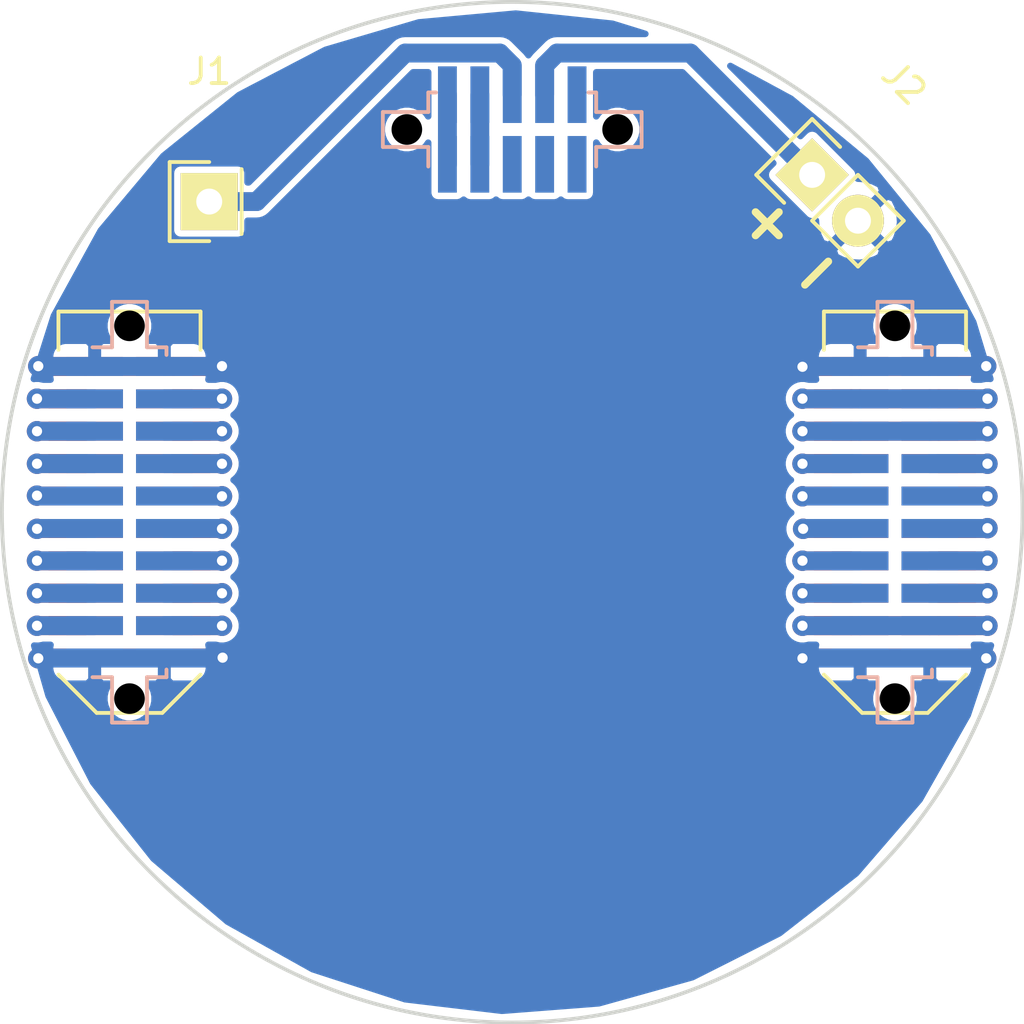
<source format=kicad_pcb>
(kicad_pcb (version 4) (host pcbnew 4.0.0-rc2-stable)

  (general
    (links 55)
    (no_connects 0)
    (area 79.924999 79.924999 120.075001 120.075001)
    (thickness 1.6)
    (drawings 4)
    (tracks 210)
    (zones 0)
    (modules 7)
    (nets 39)
  )

  (page A4)
  (layers
    (0 F.Cu signal)
    (31 B.Cu signal)
    (32 B.Adhes user)
    (33 F.Adhes user)
    (34 B.Paste user hide)
    (35 F.Paste user hide)
    (36 B.SilkS user)
    (37 F.SilkS user)
    (38 B.Mask user hide)
    (39 F.Mask user hide)
    (40 Dwgs.User user)
    (41 Cmts.User user)
    (42 Eco1.User user)
    (43 Eco2.User user)
    (44 Edge.Cuts user)
    (45 Margin user)
    (46 B.CrtYd user)
    (47 F.CrtYd user)
    (48 B.Fab user)
    (49 F.Fab user)
  )

  (setup
    (last_trace_width 0.74)
    (user_trace_width 0.15)
    (user_trace_width 0.2)
    (user_trace_width 0.25)
    (user_trace_width 0.5)
    (user_trace_width 0.74)
    (user_trace_width 0.8)
    (trace_clearance 0.15)
    (zone_clearance 0.254)
    (zone_45_only no)
    (trace_min 0.15)
    (segment_width 0.2)
    (edge_width 0.15)
    (via_size 0.6)
    (via_drill 0.4)
    (via_min_size 0.4)
    (via_min_drill 0.3)
    (user_via 0.6 0.4)
    (user_via 0.8 0.4)
    (uvia_size 0.3)
    (uvia_drill 0.1)
    (uvias_allowed no)
    (uvia_min_size 0.2)
    (uvia_min_drill 0.1)
    (pcb_text_width 0.3)
    (pcb_text_size 1.5 1.5)
    (mod_edge_width 0.15)
    (mod_text_size 1 1)
    (mod_text_width 0.15)
    (pad_size 2.032 2.032)
    (pad_drill 1.016)
    (pad_to_mask_clearance 0)
    (aux_axis_origin 0 0)
    (visible_elements 7FFCFFFF)
    (pcbplotparams
      (layerselection 0x00030_80000001)
      (usegerberextensions false)
      (excludeedgelayer true)
      (linewidth 0.100000)
      (plotframeref false)
      (viasonmask false)
      (mode 1)
      (useauxorigin false)
      (hpglpennumber 1)
      (hpglpenspeed 20)
      (hpglpendiameter 15)
      (hpglpenoverlay 2)
      (psnegative false)
      (psa4output false)
      (plotreference true)
      (plotvalue true)
      (plotinvisibletext false)
      (padsonsilk false)
      (subtractmaskfromsilk false)
      (outputformat 1)
      (mirror false)
      (drillshape 1)
      (scaleselection 1)
      (outputdirectory ""))
  )

  (net 0 "")
  (net 1 /BATT1)
  (net 2 GND)
  (net 3 /3v3_IMU)
  (net 4 /JTMS)
  (net 5 /3v3_RADIO)
  (net 6 /JTCK)
  (net 7 /3v3_FC)
  (net 8 /JTDI)
  (net 9 /3v3_PYRO)
  (net 10 /JTDR)
  (net 11 /3v3_DL)
  (net 12 /RSVD1)
  (net 13 /3v3_AUX1)
  (net 14 /5v_CAN)
  (net 15 /3v3_AUX2)
  (net 16 /CAN-)
  (net 17 /RSVD2)
  (net 18 /CAN+)
  (net 19 /PYRO_SO)
  (net 20 /PYRO_SI)
  (net 21 /5v_RADIO)
  (net 22 /PYRO1)
  (net 23 /5v_IMU)
  (net 24 /PYRO2)
  (net 25 /5v_AUX1)
  (net 26 /PYRO3)
  (net 27 /5v_AUX2)
  (net 28 /PYRO4)
  (net 29 /5v_CAM)
  (net 30 /PWR)
  (net 31 /CHARGE)
  (net 32 /V_MAIN)
  (net 33 /BATT2)
  (net 34 /3v3_PSU)
  (net 35 /SDA)
  (net 36 /SCL)
  (net 37 /~ALERT)
  (net 38 /VBATT)

  (net_class Default "This is the default net class."
    (clearance 0.15)
    (trace_width 0.25)
    (via_dia 0.6)
    (via_drill 0.4)
    (uvia_dia 0.3)
    (uvia_drill 0.1)
    (add_net /3v3_AUX1)
    (add_net /3v3_AUX2)
    (add_net /3v3_DL)
    (add_net /3v3_FC)
    (add_net /3v3_IMU)
    (add_net /3v3_PSU)
    (add_net /3v3_PYRO)
    (add_net /3v3_RADIO)
    (add_net /5v_AUX1)
    (add_net /5v_AUX2)
    (add_net /5v_CAM)
    (add_net /5v_CAN)
    (add_net /5v_IMU)
    (add_net /5v_RADIO)
    (add_net /BATT1)
    (add_net /BATT2)
    (add_net /CAN+)
    (add_net /CAN-)
    (add_net /CHARGE)
    (add_net /JTCK)
    (add_net /JTDI)
    (add_net /JTDR)
    (add_net /JTMS)
    (add_net /PWR)
    (add_net /PYRO1)
    (add_net /PYRO2)
    (add_net /PYRO3)
    (add_net /PYRO4)
    (add_net /PYRO_SI)
    (add_net /PYRO_SO)
    (add_net /RSVD1)
    (add_net /RSVD2)
    (add_net /SCL)
    (add_net /SDA)
    (add_net /VBATT)
    (add_net /V_MAIN)
    (add_net /~ALERT)
    (add_net GND)
  )

  (module Socket_Strips:Socket_Strip_Straight_1x02 (layer F.Cu) (tedit 54E9F75E) (tstamp 57253D32)
    (at 111.753949 86.778949 315)
    (descr "Through hole socket strip")
    (tags "socket strip")
    (path /57251E54)
    (fp_text reference J2 (at 0 -5.1 315) (layer F.SilkS)
      (effects (font (size 1 1) (thickness 0.15)))
    )
    (fp_text value BATT (at 0 -3.1 315) (layer F.Fab)
      (effects (font (size 1 1) (thickness 0.15)))
    )
    (fp_line (start -1.55 1.55) (end 0 1.55) (layer F.SilkS) (width 0.15))
    (fp_line (start 3.81 1.27) (end 1.27 1.27) (layer F.SilkS) (width 0.15))
    (fp_line (start -1.75 -1.75) (end -1.75 1.75) (layer F.CrtYd) (width 0.05))
    (fp_line (start 4.3 -1.75) (end 4.3 1.75) (layer F.CrtYd) (width 0.05))
    (fp_line (start -1.75 -1.75) (end 4.3 -1.75) (layer F.CrtYd) (width 0.05))
    (fp_line (start -1.75 1.75) (end 4.3 1.75) (layer F.CrtYd) (width 0.05))
    (fp_line (start 1.27 1.27) (end 1.27 -1.27) (layer F.SilkS) (width 0.15))
    (fp_line (start 0 -1.55) (end -1.55 -1.55) (layer F.SilkS) (width 0.15))
    (fp_line (start -1.55 -1.55) (end -1.55 1.55) (layer F.SilkS) (width 0.15))
    (fp_line (start 1.27 -1.27) (end 3.81 -1.27) (layer F.SilkS) (width 0.15))
    (fp_line (start 3.81 -1.27) (end 3.81 1.27) (layer F.SilkS) (width 0.15))
    (pad 1 thru_hole rect (at 0 0 315) (size 2.032 2.032) (drill 1.016) (layers *.Cu *.Mask F.SilkS)
      (net 33 /BATT2))
    (pad 2 thru_hole oval (at 2.54 0 315) (size 2.032 2.032) (drill 1.016) (layers *.Cu *.Mask F.SilkS)
      (net 2 GND))
    (model Socket_Strips.3dshapes/Socket_Strip_Straight_1x02.wrl
      (at (xyz 0.05 0 0))
      (scale (xyz 1 1 1))
      (rotate (xyz 0 0 180))
    )
  )

  (module Socket_Strips:Socket_Strip_Straight_1x01 (layer F.Cu) (tedit 54E9F79C) (tstamp 57253664)
    (at 88.125 87.825)
    (descr "Through hole socket strip")
    (tags "socket strip")
    (path /572519B9)
    (fp_text reference J1 (at 0 -5.1) (layer F.SilkS)
      (effects (font (size 1 1) (thickness 0.15)))
    )
    (fp_text value BATT_CENTRE_TAP (at 0 -3.1) (layer F.Fab)
      (effects (font (size 1 1) (thickness 0.15)))
    )
    (fp_line (start -1.75 -1.75) (end -1.75 1.75) (layer F.CrtYd) (width 0.05))
    (fp_line (start 1.75 -1.75) (end 1.75 1.75) (layer F.CrtYd) (width 0.05))
    (fp_line (start -1.75 -1.75) (end 1.75 -1.75) (layer F.CrtYd) (width 0.05))
    (fp_line (start -1.75 1.75) (end 1.75 1.75) (layer F.CrtYd) (width 0.05))
    (fp_line (start 1.27 1.27) (end 1.27 -1.27) (layer F.SilkS) (width 0.15))
    (fp_line (start -1.55 -1.55) (end 0 -1.55) (layer F.SilkS) (width 0.15))
    (fp_line (start -1.55 -1.55) (end -1.55 1.55) (layer F.SilkS) (width 0.15))
    (fp_line (start -1.55 1.55) (end 0 1.55) (layer F.SilkS) (width 0.15))
    (pad 1 thru_hole rect (at 0 0) (size 2.2352 2.2352) (drill 1.016) (layers *.Cu *.Mask F.SilkS)
      (net 1 /BATT1))
    (model Socket_Strips.3dshapes/Socket_Strip_Straight_1x01.wrl
      (at (xyz 0 0 0))
      (scale (xyz 1 1 1))
      (rotate (xyz 0 0 180))
    )
  )

  (module agg:TFML-110-02-L-D (layer F.Cu) (tedit 56B15E0A) (tstamp 5725368A)
    (at 85 100 270)
    (path /57251CC7)
    (fp_text reference J3 (at 0 -4.125 270) (layer F.Fab)
      (effects (font (size 1 1) (thickness 0.15)))
    )
    (fp_text value "WEST TOP" (at 0 4.125 270) (layer F.Fab)
      (effects (font (size 1 1) (thickness 0.15)))
    )
    (fp_line (start -7.94 -2.86) (end 7.94 -2.86) (layer F.Fab) (width 0.01))
    (fp_line (start 7.94 -2.86) (end 7.94 2.86) (layer F.Fab) (width 0.01))
    (fp_line (start 7.94 2.86) (end -7.94 2.86) (layer F.Fab) (width 0.01))
    (fp_line (start -7.94 2.86) (end -7.94 -2.86) (layer F.Fab) (width 0.01))
    (fp_line (start -8.6 -3.45) (end 8.6 -3.45) (layer F.CrtYd) (width 0.01))
    (fp_line (start 8.6 -3.45) (end 8.6 3.45) (layer F.CrtYd) (width 0.01))
    (fp_line (start 8.6 3.45) (end -8.6 3.45) (layer F.CrtYd) (width 0.01))
    (fp_line (start -8.6 3.45) (end -8.6 -3.45) (layer F.CrtYd) (width 0.01))
    (fp_line (start -6.365 -2.785) (end -7.865 -2.785) (layer F.SilkS) (width 0.15))
    (fp_line (start -7.865 -2.785) (end -7.865 2.785) (layer F.SilkS) (width 0.15))
    (fp_line (start -7.865 2.785) (end -6.365 2.785) (layer F.SilkS) (width 0.15))
    (fp_line (start 6.365 2.785) (end 7.865 1.285) (layer F.SilkS) (width 0.15))
    (fp_line (start 7.865 1.285) (end 7.865 -1.285) (layer F.SilkS) (width 0.15))
    (fp_line (start 7.865 -1.285) (end 6.365 -2.785) (layer F.SilkS) (width 0.15))
    (pad 1 smd rect (at -5.715 1.715 270) (size 0.74 2.92) (layers F.Cu F.Paste F.Mask)
      (net 2 GND))
    (pad 2 smd rect (at -5.715 -1.715 270) (size 0.74 2.92) (layers F.Cu F.Paste F.Mask)
      (net 2 GND))
    (pad 3 smd rect (at -4.445 1.715 270) (size 0.74 2.92) (layers F.Cu F.Paste F.Mask)
      (net 3 /3v3_IMU))
    (pad 4 smd rect (at -4.445 -1.715 270) (size 0.74 2.92) (layers F.Cu F.Paste F.Mask)
      (net 4 /JTMS))
    (pad 5 smd rect (at -3.175 1.715 270) (size 0.74 2.92) (layers F.Cu F.Paste F.Mask)
      (net 5 /3v3_RADIO))
    (pad 6 smd rect (at -3.175 -1.715 270) (size 0.74 2.92) (layers F.Cu F.Paste F.Mask)
      (net 6 /JTCK))
    (pad 7 smd rect (at -1.905 1.715 270) (size 0.74 2.92) (layers F.Cu F.Paste F.Mask)
      (net 7 /3v3_FC))
    (pad 8 smd rect (at -1.905 -1.715 270) (size 0.74 2.92) (layers F.Cu F.Paste F.Mask)
      (net 8 /JTDI))
    (pad 9 smd rect (at -0.635 1.715 270) (size 0.74 2.92) (layers F.Cu F.Paste F.Mask)
      (net 9 /3v3_PYRO))
    (pad 10 smd rect (at -0.635 -1.715 270) (size 0.74 2.92) (layers F.Cu F.Paste F.Mask)
      (net 10 /JTDR))
    (pad 11 smd rect (at 0.635 1.715 270) (size 0.74 2.92) (layers F.Cu F.Paste F.Mask)
      (net 11 /3v3_DL))
    (pad 12 smd rect (at 0.635 -1.715 270) (size 0.74 2.92) (layers F.Cu F.Paste F.Mask)
      (net 12 /RSVD1))
    (pad 13 smd rect (at 1.905 1.715 270) (size 0.74 2.92) (layers F.Cu F.Paste F.Mask)
      (net 13 /3v3_AUX1))
    (pad 14 smd rect (at 1.905 -1.715 270) (size 0.74 2.92) (layers F.Cu F.Paste F.Mask)
      (net 14 /5v_CAN))
    (pad 15 smd rect (at 3.175 1.715 270) (size 0.74 2.92) (layers F.Cu F.Paste F.Mask)
      (net 15 /3v3_AUX2))
    (pad 16 smd rect (at 3.175 -1.715 270) (size 0.74 2.92) (layers F.Cu F.Paste F.Mask)
      (net 16 /CAN-))
    (pad 17 smd rect (at 4.445 1.715 270) (size 0.74 2.92) (layers F.Cu F.Paste F.Mask)
      (net 17 /RSVD2))
    (pad 18 smd rect (at 4.445 -1.715 270) (size 0.74 2.92) (layers F.Cu F.Paste F.Mask)
      (net 18 /CAN+))
    (pad 19 smd rect (at 5.715 1.715 270) (size 0.74 2.92) (layers F.Cu F.Paste F.Mask)
      (net 2 GND))
    (pad 20 smd rect (at 5.715 -1.715 270) (size 0.74 2.92) (layers F.Cu F.Paste F.Mask)
      (net 2 GND))
  )

  (module agg:SFML-110-02-L-D-LC (layer B.Cu) (tedit 56B16747) (tstamp 572536C0)
    (at 85 100 270)
    (path /57251CD7)
    (fp_text reference J4 (at 0 4.125 270) (layer B.Fab)
      (effects (font (size 1 1) (thickness 0.15)) (justify mirror))
    )
    (fp_text value "WEST BOT" (at 0 -4.125 270) (layer B.Fab)
      (effects (font (size 1 1) (thickness 0.15)) (justify mirror))
    )
    (fp_line (start -6.54 1.525) (end 6.54 1.525) (layer B.Fab) (width 0.01))
    (fp_line (start 6.54 1.525) (end 6.54 0.76) (layer B.Fab) (width 0.01))
    (fp_line (start 6.54 0.76) (end 8.32 0.76) (layer B.Fab) (width 0.01))
    (fp_line (start 8.32 0.76) (end 8.32 -0.76) (layer B.Fab) (width 0.01))
    (fp_line (start 8.32 -0.76) (end 6.54 -0.76) (layer B.Fab) (width 0.01))
    (fp_line (start 6.54 -0.76) (end 6.54 -1.525) (layer B.Fab) (width 0.01))
    (fp_line (start 6.54 -1.525) (end -6.54 -1.525) (layer B.Fab) (width 0.01))
    (fp_line (start -6.54 -1.525) (end -6.54 -0.76) (layer B.Fab) (width 0.01))
    (fp_line (start -6.54 -0.76) (end -8.32 -0.76) (layer B.Fab) (width 0.01))
    (fp_line (start -8.32 -0.76) (end -8.32 0.76) (layer B.Fab) (width 0.01))
    (fp_line (start -8.32 0.76) (end -6.54 0.76) (layer B.Fab) (width 0.01))
    (fp_line (start -6.54 0.76) (end -6.54 1.525) (layer B.Fab) (width 0.01))
    (fp_line (start -8.6 3.45) (end 8.6 3.45) (layer B.CrtYd) (width 0.01))
    (fp_line (start 8.6 3.45) (end 8.6 -3.45) (layer B.CrtYd) (width 0.01))
    (fp_line (start 8.6 -3.45) (end -8.6 -3.45) (layer B.CrtYd) (width 0.01))
    (fp_line (start -8.6 -3.45) (end -8.6 3.45) (layer B.CrtYd) (width 0.01))
    (fp_line (start 6.465 1.45) (end 6.465 0.685) (layer B.SilkS) (width 0.15))
    (fp_line (start 6.465 0.685) (end 8.245 0.685) (layer B.SilkS) (width 0.15))
    (fp_line (start 8.245 0.685) (end 8.245 -0.685) (layer B.SilkS) (width 0.15))
    (fp_line (start 8.245 -0.685) (end 6.465 -0.685) (layer B.SilkS) (width 0.15))
    (fp_line (start 6.465 -0.685) (end 6.465 -1.45) (layer B.SilkS) (width 0.15))
    (fp_line (start 6.465 -1.45) (end 6.165 -1.45) (layer B.SilkS) (width 0.15))
    (fp_line (start -6.165 -1.45) (end -6.465 -1.45) (layer B.SilkS) (width 0.15))
    (fp_line (start -6.465 -1.45) (end -6.465 -0.685) (layer B.SilkS) (width 0.15))
    (fp_line (start -6.465 -0.685) (end -8.245 -0.685) (layer B.SilkS) (width 0.15))
    (fp_line (start -8.245 -0.685) (end -8.245 0.685) (layer B.SilkS) (width 0.15))
    (fp_line (start -8.245 0.685) (end -6.465 0.685) (layer B.SilkS) (width 0.15))
    (fp_line (start -6.465 0.685) (end -6.465 1.45) (layer B.SilkS) (width 0.15))
    (pad 1 smd rect (at -5.715 1.365 270) (size 0.74 2.22) (layers B.Cu B.Paste B.Mask)
      (net 2 GND))
    (pad 2 smd rect (at -5.715 -1.365 270) (size 0.74 2.22) (layers B.Cu B.Paste B.Mask)
      (net 2 GND))
    (pad 3 smd rect (at -4.445 1.365 270) (size 0.74 2.22) (layers B.Cu B.Paste B.Mask)
      (net 3 /3v3_IMU))
    (pad 4 smd rect (at -4.445 -1.365 270) (size 0.74 2.22) (layers B.Cu B.Paste B.Mask)
      (net 4 /JTMS))
    (pad 5 smd rect (at -3.175 1.365 270) (size 0.74 2.22) (layers B.Cu B.Paste B.Mask)
      (net 5 /3v3_RADIO))
    (pad 6 smd rect (at -3.175 -1.365 270) (size 0.74 2.22) (layers B.Cu B.Paste B.Mask)
      (net 6 /JTCK))
    (pad 7 smd rect (at -1.905 1.365 270) (size 0.74 2.22) (layers B.Cu B.Paste B.Mask)
      (net 7 /3v3_FC))
    (pad 8 smd rect (at -1.905 -1.365 270) (size 0.74 2.22) (layers B.Cu B.Paste B.Mask)
      (net 8 /JTDI))
    (pad 9 smd rect (at -0.635 1.365 270) (size 0.74 2.22) (layers B.Cu B.Paste B.Mask)
      (net 9 /3v3_PYRO))
    (pad 10 smd rect (at -0.635 -1.365 270) (size 0.74 2.22) (layers B.Cu B.Paste B.Mask)
      (net 10 /JTDR))
    (pad 11 smd rect (at 0.635 1.365 270) (size 0.74 2.22) (layers B.Cu B.Paste B.Mask)
      (net 11 /3v3_DL))
    (pad 12 smd rect (at 0.635 -1.365 270) (size 0.74 2.22) (layers B.Cu B.Paste B.Mask)
      (net 12 /RSVD1))
    (pad 13 smd rect (at 1.905 1.365 270) (size 0.74 2.22) (layers B.Cu B.Paste B.Mask)
      (net 13 /3v3_AUX1))
    (pad 14 smd rect (at 1.905 -1.365 270) (size 0.74 2.22) (layers B.Cu B.Paste B.Mask)
      (net 14 /5v_CAN))
    (pad 15 smd rect (at 3.175 1.365 270) (size 0.74 2.22) (layers B.Cu B.Paste B.Mask)
      (net 15 /3v3_AUX2))
    (pad 16 smd rect (at 3.175 -1.365 270) (size 0.74 2.22) (layers B.Cu B.Paste B.Mask)
      (net 16 /CAN-))
    (pad 17 smd rect (at 4.445 1.365 270) (size 0.74 2.22) (layers B.Cu B.Paste B.Mask)
      (net 17 /RSVD2))
    (pad 18 smd rect (at 4.445 -1.365 270) (size 0.74 2.22) (layers B.Cu B.Paste B.Mask)
      (net 18 /CAN+))
    (pad 19 smd rect (at 5.715 1.365 270) (size 0.74 2.22) (layers B.Cu B.Paste B.Mask)
      (net 2 GND))
    (pad 20 smd rect (at 5.715 -1.365 270) (size 0.74 2.22) (layers B.Cu B.Paste B.Mask)
      (net 2 GND))
    (pad "" np_thru_hole circle (at 7.305 0 270) (size 1.2 1.2) (drill 1.2) (layers *.Mask))
    (pad "" np_thru_hole circle (at -7.305 0 270) (size 1.2 1.2) (drill 1.2) (layers *.Mask))
  )

  (module agg:TFML-110-02-L-D (layer F.Cu) (tedit 56B15E0A) (tstamp 572536E6)
    (at 115 100 270)
    (path /57251CCF)
    (fp_text reference J5 (at 0 -4.125 270) (layer F.Fab)
      (effects (font (size 1 1) (thickness 0.15)))
    )
    (fp_text value "EAST TOP" (at 0 4.125 270) (layer F.Fab)
      (effects (font (size 1 1) (thickness 0.15)))
    )
    (fp_line (start -7.94 -2.86) (end 7.94 -2.86) (layer F.Fab) (width 0.01))
    (fp_line (start 7.94 -2.86) (end 7.94 2.86) (layer F.Fab) (width 0.01))
    (fp_line (start 7.94 2.86) (end -7.94 2.86) (layer F.Fab) (width 0.01))
    (fp_line (start -7.94 2.86) (end -7.94 -2.86) (layer F.Fab) (width 0.01))
    (fp_line (start -8.6 -3.45) (end 8.6 -3.45) (layer F.CrtYd) (width 0.01))
    (fp_line (start 8.6 -3.45) (end 8.6 3.45) (layer F.CrtYd) (width 0.01))
    (fp_line (start 8.6 3.45) (end -8.6 3.45) (layer F.CrtYd) (width 0.01))
    (fp_line (start -8.6 3.45) (end -8.6 -3.45) (layer F.CrtYd) (width 0.01))
    (fp_line (start -6.365 -2.785) (end -7.865 -2.785) (layer F.SilkS) (width 0.15))
    (fp_line (start -7.865 -2.785) (end -7.865 2.785) (layer F.SilkS) (width 0.15))
    (fp_line (start -7.865 2.785) (end -6.365 2.785) (layer F.SilkS) (width 0.15))
    (fp_line (start 6.365 2.785) (end 7.865 1.285) (layer F.SilkS) (width 0.15))
    (fp_line (start 7.865 1.285) (end 7.865 -1.285) (layer F.SilkS) (width 0.15))
    (fp_line (start 7.865 -1.285) (end 6.365 -2.785) (layer F.SilkS) (width 0.15))
    (pad 1 smd rect (at -5.715 1.715 270) (size 0.74 2.92) (layers F.Cu F.Paste F.Mask)
      (net 2 GND))
    (pad 2 smd rect (at -5.715 -1.715 270) (size 0.74 2.92) (layers F.Cu F.Paste F.Mask)
      (net 2 GND))
    (pad 3 smd rect (at -4.445 1.715 270) (size 0.74 2.92) (layers F.Cu F.Paste F.Mask)
      (net 19 /PYRO_SO))
    (pad 4 smd rect (at -4.445 -1.715 270) (size 0.74 2.92) (layers F.Cu F.Paste F.Mask)
      (net 19 /PYRO_SO))
    (pad 5 smd rect (at -3.175 1.715 270) (size 0.74 2.92) (layers F.Cu F.Paste F.Mask)
      (net 20 /PYRO_SI))
    (pad 6 smd rect (at -3.175 -1.715 270) (size 0.74 2.92) (layers F.Cu F.Paste F.Mask)
      (net 20 /PYRO_SI))
    (pad 7 smd rect (at -1.905 1.715 270) (size 0.74 2.92) (layers F.Cu F.Paste F.Mask)
      (net 21 /5v_RADIO))
    (pad 8 smd rect (at -1.905 -1.715 270) (size 0.74 2.92) (layers F.Cu F.Paste F.Mask)
      (net 22 /PYRO1))
    (pad 9 smd rect (at -0.635 1.715 270) (size 0.74 2.92) (layers F.Cu F.Paste F.Mask)
      (net 23 /5v_IMU))
    (pad 10 smd rect (at -0.635 -1.715 270) (size 0.74 2.92) (layers F.Cu F.Paste F.Mask)
      (net 24 /PYRO2))
    (pad 11 smd rect (at 0.635 1.715 270) (size 0.74 2.92) (layers F.Cu F.Paste F.Mask)
      (net 25 /5v_AUX1))
    (pad 12 smd rect (at 0.635 -1.715 270) (size 0.74 2.92) (layers F.Cu F.Paste F.Mask)
      (net 26 /PYRO3))
    (pad 13 smd rect (at 1.905 1.715 270) (size 0.74 2.92) (layers F.Cu F.Paste F.Mask)
      (net 27 /5v_AUX2))
    (pad 14 smd rect (at 1.905 -1.715 270) (size 0.74 2.92) (layers F.Cu F.Paste F.Mask)
      (net 28 /PYRO4))
    (pad 15 smd rect (at 3.175 1.715 270) (size 0.74 2.92) (layers F.Cu F.Paste F.Mask)
      (net 29 /5v_CAM))
    (pad 16 smd rect (at 3.175 -1.715 270) (size 0.74 2.92) (layers F.Cu F.Paste F.Mask)
      (net 30 /PWR))
    (pad 17 smd rect (at 4.445 1.715 270) (size 0.74 2.92) (layers F.Cu F.Paste F.Mask)
      (net 31 /CHARGE))
    (pad 18 smd rect (at 4.445 -1.715 270) (size 0.74 2.92) (layers F.Cu F.Paste F.Mask)
      (net 31 /CHARGE))
    (pad 19 smd rect (at 5.715 1.715 270) (size 0.74 2.92) (layers F.Cu F.Paste F.Mask)
      (net 2 GND))
    (pad 20 smd rect (at 5.715 -1.715 270) (size 0.74 2.92) (layers F.Cu F.Paste F.Mask)
      (net 2 GND))
  )

  (module agg:SFML-110-02-L-D-LC (layer B.Cu) (tedit 56B16747) (tstamp 5725371C)
    (at 115 100 270)
    (path /57251CDF)
    (fp_text reference J6 (at 0 4.125 270) (layer B.Fab)
      (effects (font (size 1 1) (thickness 0.15)) (justify mirror))
    )
    (fp_text value "EAST BOT" (at 0 -4.125 270) (layer F.Fab)
      (effects (font (size 1 1) (thickness 0.15)))
    )
    (fp_line (start -6.54 1.525) (end 6.54 1.525) (layer B.Fab) (width 0.01))
    (fp_line (start 6.54 1.525) (end 6.54 0.76) (layer B.Fab) (width 0.01))
    (fp_line (start 6.54 0.76) (end 8.32 0.76) (layer B.Fab) (width 0.01))
    (fp_line (start 8.32 0.76) (end 8.32 -0.76) (layer B.Fab) (width 0.01))
    (fp_line (start 8.32 -0.76) (end 6.54 -0.76) (layer B.Fab) (width 0.01))
    (fp_line (start 6.54 -0.76) (end 6.54 -1.525) (layer B.Fab) (width 0.01))
    (fp_line (start 6.54 -1.525) (end -6.54 -1.525) (layer B.Fab) (width 0.01))
    (fp_line (start -6.54 -1.525) (end -6.54 -0.76) (layer B.Fab) (width 0.01))
    (fp_line (start -6.54 -0.76) (end -8.32 -0.76) (layer B.Fab) (width 0.01))
    (fp_line (start -8.32 -0.76) (end -8.32 0.76) (layer B.Fab) (width 0.01))
    (fp_line (start -8.32 0.76) (end -6.54 0.76) (layer B.Fab) (width 0.01))
    (fp_line (start -6.54 0.76) (end -6.54 1.525) (layer B.Fab) (width 0.01))
    (fp_line (start -8.6 3.45) (end 8.6 3.45) (layer B.CrtYd) (width 0.01))
    (fp_line (start 8.6 3.45) (end 8.6 -3.45) (layer B.CrtYd) (width 0.01))
    (fp_line (start 8.6 -3.45) (end -8.6 -3.45) (layer B.CrtYd) (width 0.01))
    (fp_line (start -8.6 -3.45) (end -8.6 3.45) (layer B.CrtYd) (width 0.01))
    (fp_line (start 6.465 1.45) (end 6.465 0.685) (layer B.SilkS) (width 0.15))
    (fp_line (start 6.465 0.685) (end 8.245 0.685) (layer B.SilkS) (width 0.15))
    (fp_line (start 8.245 0.685) (end 8.245 -0.685) (layer B.SilkS) (width 0.15))
    (fp_line (start 8.245 -0.685) (end 6.465 -0.685) (layer B.SilkS) (width 0.15))
    (fp_line (start 6.465 -0.685) (end 6.465 -1.45) (layer B.SilkS) (width 0.15))
    (fp_line (start 6.465 -1.45) (end 6.165 -1.45) (layer B.SilkS) (width 0.15))
    (fp_line (start -6.165 -1.45) (end -6.465 -1.45) (layer B.SilkS) (width 0.15))
    (fp_line (start -6.465 -1.45) (end -6.465 -0.685) (layer B.SilkS) (width 0.15))
    (fp_line (start -6.465 -0.685) (end -8.245 -0.685) (layer B.SilkS) (width 0.15))
    (fp_line (start -8.245 -0.685) (end -8.245 0.685) (layer B.SilkS) (width 0.15))
    (fp_line (start -8.245 0.685) (end -6.465 0.685) (layer B.SilkS) (width 0.15))
    (fp_line (start -6.465 0.685) (end -6.465 1.45) (layer B.SilkS) (width 0.15))
    (pad 1 smd rect (at -5.715 1.365 270) (size 0.74 2.22) (layers B.Cu B.Paste B.Mask)
      (net 2 GND))
    (pad 2 smd rect (at -5.715 -1.365 270) (size 0.74 2.22) (layers B.Cu B.Paste B.Mask)
      (net 2 GND))
    (pad 3 smd rect (at -4.445 1.365 270) (size 0.74 2.22) (layers B.Cu B.Paste B.Mask)
      (net 19 /PYRO_SO))
    (pad 4 smd rect (at -4.445 -1.365 270) (size 0.74 2.22) (layers B.Cu B.Paste B.Mask)
      (net 19 /PYRO_SO))
    (pad 5 smd rect (at -3.175 1.365 270) (size 0.74 2.22) (layers B.Cu B.Paste B.Mask)
      (net 20 /PYRO_SI))
    (pad 6 smd rect (at -3.175 -1.365 270) (size 0.74 2.22) (layers B.Cu B.Paste B.Mask)
      (net 20 /PYRO_SI))
    (pad 7 smd rect (at -1.905 1.365 270) (size 0.74 2.22) (layers B.Cu B.Paste B.Mask)
      (net 21 /5v_RADIO))
    (pad 8 smd rect (at -1.905 -1.365 270) (size 0.74 2.22) (layers B.Cu B.Paste B.Mask)
      (net 22 /PYRO1))
    (pad 9 smd rect (at -0.635 1.365 270) (size 0.74 2.22) (layers B.Cu B.Paste B.Mask)
      (net 23 /5v_IMU))
    (pad 10 smd rect (at -0.635 -1.365 270) (size 0.74 2.22) (layers B.Cu B.Paste B.Mask)
      (net 24 /PYRO2))
    (pad 11 smd rect (at 0.635 1.365 270) (size 0.74 2.22) (layers B.Cu B.Paste B.Mask)
      (net 25 /5v_AUX1))
    (pad 12 smd rect (at 0.635 -1.365 270) (size 0.74 2.22) (layers B.Cu B.Paste B.Mask)
      (net 26 /PYRO3))
    (pad 13 smd rect (at 1.905 1.365 270) (size 0.74 2.22) (layers B.Cu B.Paste B.Mask)
      (net 27 /5v_AUX2))
    (pad 14 smd rect (at 1.905 -1.365 270) (size 0.74 2.22) (layers B.Cu B.Paste B.Mask)
      (net 28 /PYRO4))
    (pad 15 smd rect (at 3.175 1.365 270) (size 0.74 2.22) (layers B.Cu B.Paste B.Mask)
      (net 29 /5v_CAM))
    (pad 16 smd rect (at 3.175 -1.365 270) (size 0.74 2.22) (layers B.Cu B.Paste B.Mask)
      (net 30 /PWR))
    (pad 17 smd rect (at 4.445 1.365 270) (size 0.74 2.22) (layers B.Cu B.Paste B.Mask)
      (net 31 /CHARGE))
    (pad 18 smd rect (at 4.445 -1.365 270) (size 0.74 2.22) (layers B.Cu B.Paste B.Mask)
      (net 31 /CHARGE))
    (pad 19 smd rect (at 5.715 1.365 270) (size 0.74 2.22) (layers B.Cu B.Paste B.Mask)
      (net 2 GND))
    (pad 20 smd rect (at 5.715 -1.365 270) (size 0.74 2.22) (layers B.Cu B.Paste B.Mask)
      (net 2 GND))
    (pad "" np_thru_hole circle (at 7.305 0 270) (size 1.2 1.2) (drill 1.2) (layers *.Mask))
    (pad "" np_thru_hole circle (at -7.305 0 270) (size 1.2 1.2) (drill 1.2) (layers *.Mask))
  )

  (module agg:SFML-105-02-L-D-LC (layer B.Cu) (tedit 56B16747) (tstamp 57253748)
    (at 100 85)
    (path /572524E7)
    (fp_text reference J7 (at 0 4.125) (layer B.Fab)
      (effects (font (size 1 1) (thickness 0.15)) (justify mirror))
    )
    (fp_text value "NORTH BOT" (at 0 -4.125) (layer B.Fab)
      (effects (font (size 1 1) (thickness 0.15)) (justify mirror))
    )
    (fp_line (start -3.365 1.525) (end 3.365 1.525) (layer B.Fab) (width 0.01))
    (fp_line (start 3.365 1.525) (end 3.365 0.76) (layer B.Fab) (width 0.01))
    (fp_line (start 3.365 0.76) (end 5.145 0.76) (layer B.Fab) (width 0.01))
    (fp_line (start 5.145 0.76) (end 5.145 -0.76) (layer B.Fab) (width 0.01))
    (fp_line (start 5.145 -0.76) (end 3.365 -0.76) (layer B.Fab) (width 0.01))
    (fp_line (start 3.365 -0.76) (end 3.365 -1.525) (layer B.Fab) (width 0.01))
    (fp_line (start 3.365 -1.525) (end -3.365 -1.525) (layer B.Fab) (width 0.01))
    (fp_line (start -3.365 -1.525) (end -3.365 -0.76) (layer B.Fab) (width 0.01))
    (fp_line (start -3.365 -0.76) (end -5.145 -0.76) (layer B.Fab) (width 0.01))
    (fp_line (start -5.145 -0.76) (end -5.145 0.76) (layer B.Fab) (width 0.01))
    (fp_line (start -5.145 0.76) (end -3.365 0.76) (layer B.Fab) (width 0.01))
    (fp_line (start -3.365 0.76) (end -3.365 1.525) (layer B.Fab) (width 0.01))
    (fp_line (start -5.4 3.45) (end 5.4 3.45) (layer B.CrtYd) (width 0.01))
    (fp_line (start 5.4 3.45) (end 5.4 -3.45) (layer B.CrtYd) (width 0.01))
    (fp_line (start 5.4 -3.45) (end -5.4 -3.45) (layer B.CrtYd) (width 0.01))
    (fp_line (start -5.4 -3.45) (end -5.4 3.45) (layer B.CrtYd) (width 0.01))
    (fp_line (start 3.29 1.45) (end 3.29 0.685) (layer B.SilkS) (width 0.15))
    (fp_line (start 3.29 0.685) (end 5.07 0.685) (layer B.SilkS) (width 0.15))
    (fp_line (start 5.07 0.685) (end 5.07 -0.685) (layer B.SilkS) (width 0.15))
    (fp_line (start 5.07 -0.685) (end 3.29 -0.685) (layer B.SilkS) (width 0.15))
    (fp_line (start 3.29 -0.685) (end 3.29 -1.45) (layer B.SilkS) (width 0.15))
    (fp_line (start 3.29 -1.45) (end 2.99 -1.45) (layer B.SilkS) (width 0.15))
    (fp_line (start -2.99 -1.45) (end -3.29 -1.45) (layer B.SilkS) (width 0.15))
    (fp_line (start -3.29 -1.45) (end -3.29 -0.685) (layer B.SilkS) (width 0.15))
    (fp_line (start -3.29 -0.685) (end -5.07 -0.685) (layer B.SilkS) (width 0.15))
    (fp_line (start -5.07 -0.685) (end -5.07 0.685) (layer B.SilkS) (width 0.15))
    (fp_line (start -5.07 0.685) (end -3.29 0.685) (layer B.SilkS) (width 0.15))
    (fp_line (start -3.29 0.685) (end -3.29 1.45) (layer B.SilkS) (width 0.15))
    (pad 1 smd rect (at -2.54 1.365) (size 0.74 2.22) (layers B.Cu B.Paste B.Mask)
      (net 32 /V_MAIN))
    (pad 2 smd rect (at -2.54 -1.365) (size 0.74 2.22) (layers B.Cu B.Paste B.Mask)
      (net 32 /V_MAIN))
    (pad 3 smd rect (at -1.27 1.365) (size 0.74 2.22) (layers B.Cu B.Paste B.Mask)
      (net 38 /VBATT))
    (pad 4 smd rect (at -1.27 -1.365) (size 0.74 2.22) (layers B.Cu B.Paste B.Mask)
      (net 38 /VBATT))
    (pad 5 smd rect (at 0 1.365) (size 0.74 2.22) (layers B.Cu B.Paste B.Mask)
      (net 34 /3v3_PSU))
    (pad 6 smd rect (at 0 -1.365) (size 0.74 2.22) (layers B.Cu B.Paste B.Mask)
      (net 1 /BATT1))
    (pad 7 smd rect (at 1.27 1.365) (size 0.74 2.22) (layers B.Cu B.Paste B.Mask)
      (net 35 /SDA))
    (pad 8 smd rect (at 1.27 -1.365) (size 0.74 2.22) (layers B.Cu B.Paste B.Mask)
      (net 33 /BATT2))
    (pad 9 smd rect (at 2.54 1.365) (size 0.74 2.22) (layers B.Cu B.Paste B.Mask)
      (net 36 /SCL))
    (pad 10 smd rect (at 2.54 -1.365) (size 0.74 2.22) (layers B.Cu B.Paste B.Mask)
      (net 37 /~ALERT))
    (pad "" np_thru_hole circle (at 4.13 0) (size 1.2 1.2) (drill 1.2) (layers *.Mask))
    (pad "" np_thru_hole circle (at -4.13 0) (size 1.2 1.2) (drill 1.2) (layers *.Mask))
  )

  (gr_text "+\n-" (at 110.875 89.575 45) (layer F.SilkS)
    (effects (font (size 1.7 1.7) (thickness 0.3)))
  )
  (gr_circle (center 100 109.85) (end 109.35 109.85) (layer F.CrtYd) (width 0.2) (tstamp 572544E3))
  (gr_circle (center 100 90.15) (end 109.35 90.15) (layer F.CrtYd) (width 0.2))
  (gr_circle (center 100 100) (end 120 100) (layer Edge.Cuts) (width 0.15))

  (segment (start 100 83.635) (end 100 82.488998) (width 0.74) (layer B.Cu) (net 1))
  (segment (start 100 82.488998) (end 99.516001 82.004999) (width 0.74) (layer B.Cu) (net 1))
  (segment (start 99.516001 82.004999) (end 95.802601 82.004999) (width 0.74) (layer B.Cu) (net 1))
  (segment (start 95.802601 82.004999) (end 89.9826 87.825) (width 0.74) (layer B.Cu) (net 1))
  (segment (start 89.9826 87.825) (end 88.125 87.825) (width 0.74) (layer B.Cu) (net 1))
  (segment (start 113.635 105.715) (end 116.365 105.715) (width 0.74) (layer B.Cu) (net 2))
  (segment (start 113.285 105.715) (end 116.715 105.715) (width 0.74) (layer F.Cu) (net 2))
  (segment (start 113.285 94.285) (end 116.715 94.285) (width 0.74) (layer F.Cu) (net 2))
  (segment (start 113.635 94.285) (end 116.365 94.285) (width 0.74) (layer B.Cu) (net 2))
  (segment (start 83.635 105.715) (end 86.365 105.715) (width 0.74) (layer B.Cu) (net 2))
  (segment (start 83.285 105.715) (end 86.715 105.715) (width 0.74) (layer F.Cu) (net 2))
  (segment (start 83.285 94.285) (end 86.715 94.285) (width 0.74) (layer F.Cu) (net 2))
  (segment (start 83.635 94.285) (end 86.365 94.285) (width 0.74) (layer B.Cu) (net 2))
  (segment (start 83.635 105.715) (end 81.435 105.715) (width 0.74) (layer B.Cu) (net 2))
  (segment (start 81.435 105.715) (end 81.425 105.725) (width 0.74) (layer B.Cu) (net 2))
  (segment (start 83.285 105.715) (end 81.435 105.715) (width 0.74) (layer F.Cu) (net 2))
  (segment (start 81.435 105.715) (end 81.425 105.725) (width 0.74) (layer F.Cu) (net 2))
  (via (at 81.425 105.725) (size 0.8) (drill 0.4) (layers F.Cu B.Cu) (net 2))
  (segment (start 83.635 94.285) (end 81.435 94.285) (width 0.74) (layer B.Cu) (net 2))
  (segment (start 81.435 94.285) (end 81.425 94.275) (width 0.74) (layer B.Cu) (net 2))
  (segment (start 83.285 94.285) (end 81.435 94.285) (width 0.74) (layer F.Cu) (net 2))
  (via (at 81.425 94.275) (size 0.8) (drill 0.4) (layers F.Cu B.Cu) (net 2))
  (segment (start 81.435 94.285) (end 81.425 94.275) (width 0.74) (layer F.Cu) (net 2))
  (segment (start 86.365 94.285) (end 88.615 94.285) (width 0.74) (layer B.Cu) (net 2))
  (segment (start 88.615 94.285) (end 88.625 94.275) (width 0.74) (layer B.Cu) (net 2))
  (segment (start 86.715 94.285) (end 88.615 94.285) (width 0.74) (layer F.Cu) (net 2))
  (segment (start 88.615 94.285) (end 88.625 94.275) (width 0.74) (layer F.Cu) (net 2))
  (via (at 88.625 94.275) (size 0.8) (drill 0.4) (layers F.Cu B.Cu) (net 2))
  (segment (start 86.365 105.715) (end 88.635 105.715) (width 0.74) (layer B.Cu) (net 2))
  (segment (start 88.635 105.715) (end 88.65 105.7) (width 0.74) (layer B.Cu) (net 2))
  (segment (start 86.715 105.715) (end 88.635 105.715) (width 0.74) (layer F.Cu) (net 2))
  (segment (start 88.635 105.715) (end 88.65 105.7) (width 0.74) (layer F.Cu) (net 2))
  (via (at 88.65 105.7) (size 0.8) (drill 0.4) (layers F.Cu B.Cu) (net 2))
  (segment (start 113.635 105.715) (end 111.385 105.715) (width 0.74) (layer B.Cu) (net 2))
  (segment (start 111.385 105.715) (end 111.375 105.725) (width 0.74) (layer B.Cu) (net 2))
  (segment (start 113.285 105.715) (end 111.385 105.715) (width 0.74) (layer F.Cu) (net 2))
  (segment (start 111.385 105.715) (end 111.375 105.725) (width 0.74) (layer F.Cu) (net 2))
  (via (at 111.375 105.725) (size 0.8) (drill 0.4) (layers F.Cu B.Cu) (net 2))
  (segment (start 113.635 94.285) (end 111.39 94.285) (width 0.74) (layer B.Cu) (net 2))
  (segment (start 111.39 94.285) (end 111.375 94.3) (width 0.74) (layer B.Cu) (net 2))
  (segment (start 113.285 94.285) (end 111.39 94.285) (width 0.74) (layer F.Cu) (net 2))
  (segment (start 111.39 94.285) (end 111.375 94.3) (width 0.74) (layer F.Cu) (net 2))
  (via (at 111.375 94.3) (size 0.8) (drill 0.4) (layers F.Cu B.Cu) (net 2))
  (segment (start 116.365 105.715) (end 118.565 105.715) (width 0.74) (layer B.Cu) (net 2))
  (segment (start 118.565 105.715) (end 118.575 105.725) (width 0.74) (layer B.Cu) (net 2))
  (segment (start 116.715 105.715) (end 118.565 105.715) (width 0.74) (layer F.Cu) (net 2))
  (via (at 118.575 105.725) (size 0.8) (drill 0.4) (layers F.Cu B.Cu) (net 2))
  (segment (start 118.565 105.715) (end 118.575 105.725) (width 0.74) (layer F.Cu) (net 2))
  (segment (start 116.365 94.285) (end 118.565 94.285) (width 0.74) (layer B.Cu) (net 2))
  (segment (start 118.565 94.285) (end 118.575 94.275) (width 0.74) (layer B.Cu) (net 2))
  (segment (start 116.715 94.285) (end 118.565 94.285) (width 0.74) (layer F.Cu) (net 2))
  (segment (start 118.565 94.285) (end 118.575 94.275) (width 0.74) (layer F.Cu) (net 2))
  (via (at 118.575 94.275) (size 0.8) (drill 0.4) (layers F.Cu B.Cu) (net 2))
  (segment (start 83.635 95.555) (end 81.38 95.555) (width 0.74) (layer B.Cu) (net 3))
  (segment (start 81.38 95.555) (end 81.375 95.55) (width 0.74) (layer B.Cu) (net 3))
  (segment (start 83.285 95.555) (end 81.38 95.555) (width 0.74) (layer F.Cu) (net 3))
  (segment (start 81.38 95.555) (end 81.375 95.55) (width 0.74) (layer F.Cu) (net 3))
  (via (at 81.375 95.55) (size 0.8) (drill 0.4) (layers F.Cu B.Cu) (net 3))
  (segment (start 86.365 95.555) (end 88.62 95.555) (width 0.74) (layer B.Cu) (net 4))
  (segment (start 88.62 95.555) (end 88.625 95.55) (width 0.74) (layer B.Cu) (net 4))
  (segment (start 86.715 95.555) (end 88.62 95.555) (width 0.74) (layer F.Cu) (net 4))
  (segment (start 88.62 95.555) (end 88.625 95.55) (width 0.74) (layer F.Cu) (net 4))
  (via (at 88.625 95.55) (size 0.8) (drill 0.4) (layers F.Cu B.Cu) (net 4))
  (segment (start 83.635 96.825) (end 81.375 96.825) (width 0.74) (layer B.Cu) (net 5))
  (segment (start 83.285 96.825) (end 81.375 96.825) (width 0.74) (layer F.Cu) (net 5))
  (via (at 81.375 96.825) (size 0.8) (drill 0.4) (layers F.Cu B.Cu) (net 5))
  (segment (start 86.365 96.825) (end 88.625 96.825) (width 0.74) (layer B.Cu) (net 6))
  (segment (start 86.715 96.825) (end 88.625 96.825) (width 0.74) (layer F.Cu) (net 6))
  (via (at 88.625 96.825) (size 0.8) (drill 0.4) (layers F.Cu B.Cu) (net 6))
  (segment (start 83.635 98.095) (end 81.38 98.095) (width 0.74) (layer B.Cu) (net 7))
  (segment (start 81.38 98.095) (end 81.375 98.1) (width 0.74) (layer B.Cu) (net 7))
  (segment (start 83.285 98.095) (end 81.38 98.095) (width 0.74) (layer F.Cu) (net 7))
  (segment (start 81.38 98.095) (end 81.375 98.1) (width 0.74) (layer F.Cu) (net 7))
  (via (at 81.375 98.1) (size 0.8) (drill 0.4) (layers F.Cu B.Cu) (net 7))
  (segment (start 86.365 98.095) (end 88.62 98.095) (width 0.74) (layer B.Cu) (net 8))
  (segment (start 88.62 98.095) (end 88.625 98.1) (width 0.74) (layer B.Cu) (net 8))
  (segment (start 86.715 98.095) (end 88.62 98.095) (width 0.74) (layer F.Cu) (net 8))
  (segment (start 88.62 98.095) (end 88.625 98.1) (width 0.74) (layer F.Cu) (net 8))
  (via (at 88.625 98.1) (size 0.8) (drill 0.4) (layers F.Cu B.Cu) (net 8))
  (segment (start 83.635 99.365) (end 81.39 99.365) (width 0.74) (layer B.Cu) (net 9))
  (segment (start 81.39 99.365) (end 81.375 99.35) (width 0.74) (layer B.Cu) (net 9))
  (segment (start 83.285 99.365) (end 81.39 99.365) (width 0.74) (layer F.Cu) (net 9))
  (segment (start 81.39 99.365) (end 81.375 99.35) (width 0.74) (layer F.Cu) (net 9))
  (via (at 81.375 99.35) (size 0.8) (drill 0.4) (layers F.Cu B.Cu) (net 9))
  (segment (start 86.365 99.365) (end 88.615 99.365) (width 0.74) (layer B.Cu) (net 10))
  (segment (start 88.615 99.365) (end 88.625 99.375) (width 0.74) (layer B.Cu) (net 10))
  (segment (start 86.715 99.365) (end 88.615 99.365) (width 0.74) (layer F.Cu) (net 10))
  (segment (start 88.615 99.365) (end 88.625 99.375) (width 0.74) (layer F.Cu) (net 10))
  (via (at 88.625 99.375) (size 0.8) (drill 0.4) (layers F.Cu B.Cu) (net 10))
  (segment (start 83.635 100.635) (end 81.39 100.635) (width 0.74) (layer B.Cu) (net 11))
  (segment (start 81.39 100.635) (end 81.375 100.65) (width 0.74) (layer B.Cu) (net 11))
  (segment (start 83.285 100.635) (end 81.39 100.635) (width 0.74) (layer F.Cu) (net 11))
  (segment (start 81.39 100.635) (end 81.375 100.65) (width 0.74) (layer F.Cu) (net 11))
  (via (at 81.375 100.65) (size 0.8) (drill 0.4) (layers F.Cu B.Cu) (net 11))
  (segment (start 86.365 100.635) (end 88.61 100.635) (width 0.74) (layer B.Cu) (net 12))
  (segment (start 88.61 100.635) (end 88.625 100.65) (width 0.74) (layer B.Cu) (net 12))
  (segment (start 86.715 100.635) (end 88.61 100.635) (width 0.74) (layer F.Cu) (net 12))
  (segment (start 88.61 100.635) (end 88.625 100.65) (width 0.74) (layer F.Cu) (net 12))
  (via (at 88.625 100.65) (size 0.8) (drill 0.4) (layers F.Cu B.Cu) (net 12))
  (segment (start 83.635 101.905) (end 81.38 101.905) (width 0.74) (layer B.Cu) (net 13))
  (segment (start 81.38 101.905) (end 81.375 101.9) (width 0.74) (layer B.Cu) (net 13))
  (segment (start 83.285 101.905) (end 81.38 101.905) (width 0.74) (layer F.Cu) (net 13))
  (segment (start 81.38 101.905) (end 81.375 101.9) (width 0.74) (layer F.Cu) (net 13))
  (via (at 81.375 101.9) (size 0.8) (drill 0.4) (layers F.Cu B.Cu) (net 13))
  (segment (start 86.365 101.905) (end 88.62 101.905) (width 0.74) (layer B.Cu) (net 14))
  (segment (start 88.62 101.905) (end 88.625 101.9) (width 0.74) (layer B.Cu) (net 14))
  (segment (start 86.715 101.905) (end 88.62 101.905) (width 0.74) (layer F.Cu) (net 14))
  (via (at 88.625 101.9) (size 0.8) (drill 0.4) (layers F.Cu B.Cu) (net 14))
  (segment (start 88.62 101.905) (end 88.625 101.9) (width 0.74) (layer F.Cu) (net 14))
  (segment (start 83.635 103.175) (end 81.375 103.175) (width 0.74) (layer B.Cu) (net 15))
  (segment (start 83.285 103.175) (end 81.375 103.175) (width 0.74) (layer F.Cu) (net 15))
  (via (at 81.375 103.175) (size 0.8) (drill 0.4) (layers F.Cu B.Cu) (net 15))
  (segment (start 86.365 103.175) (end 88.625 103.175) (width 0.74) (layer B.Cu) (net 16))
  (segment (start 86.715 103.175) (end 88.625 103.175) (width 0.74) (layer F.Cu) (net 16))
  (via (at 88.625 103.175) (size 0.8) (drill 0.4) (layers F.Cu B.Cu) (net 16))
  (segment (start 83.635 104.445) (end 81.38 104.445) (width 0.74) (layer B.Cu) (net 17))
  (segment (start 81.38 104.445) (end 81.375 104.45) (width 0.74) (layer B.Cu) (net 17))
  (segment (start 83.285 104.445) (end 81.38 104.445) (width 0.74) (layer F.Cu) (net 17))
  (segment (start 81.38 104.445) (end 81.375 104.45) (width 0.74) (layer F.Cu) (net 17))
  (via (at 81.375 104.45) (size 0.8) (drill 0.4) (layers F.Cu B.Cu) (net 17))
  (segment (start 86.365 104.445) (end 88.62 104.445) (width 0.74) (layer B.Cu) (net 18))
  (segment (start 88.62 104.445) (end 88.625 104.45) (width 0.74) (layer B.Cu) (net 18))
  (segment (start 86.715 104.445) (end 88.62 104.445) (width 0.74) (layer F.Cu) (net 18))
  (segment (start 88.62 104.445) (end 88.625 104.45) (width 0.74) (layer F.Cu) (net 18))
  (via (at 88.625 104.45) (size 0.8) (drill 0.4) (layers F.Cu B.Cu) (net 18))
  (segment (start 113.635 95.555) (end 116.365 95.555) (width 0.74) (layer B.Cu) (net 19))
  (segment (start 113.285 95.555) (end 116.715 95.555) (width 0.74) (layer F.Cu) (net 19))
  (segment (start 113.635 95.555) (end 111.38 95.555) (width 0.74) (layer B.Cu) (net 19))
  (segment (start 111.38 95.555) (end 111.375 95.55) (width 0.74) (layer B.Cu) (net 19))
  (segment (start 113.285 95.555) (end 111.38 95.555) (width 0.74) (layer F.Cu) (net 19))
  (segment (start 111.38 95.555) (end 111.375 95.55) (width 0.74) (layer F.Cu) (net 19))
  (via (at 111.375 95.55) (size 0.8) (drill 0.4) (layers F.Cu B.Cu) (net 19))
  (segment (start 116.365 95.555) (end 118.62 95.555) (width 0.74) (layer B.Cu) (net 19))
  (segment (start 118.62 95.555) (end 118.625 95.55) (width 0.74) (layer B.Cu) (net 19))
  (segment (start 116.715 95.555) (end 118.62 95.555) (width 0.74) (layer F.Cu) (net 19))
  (segment (start 118.62 95.555) (end 118.625 95.55) (width 0.74) (layer F.Cu) (net 19))
  (via (at 118.625 95.55) (size 0.8) (drill 0.4) (layers F.Cu B.Cu) (net 19))
  (segment (start 113.635 96.825) (end 116.365 96.825) (width 0.74) (layer B.Cu) (net 20))
  (segment (start 113.285 96.825) (end 116.715 96.825) (width 0.74) (layer F.Cu) (net 20))
  (segment (start 113.635 96.825) (end 111.375 96.825) (width 0.74) (layer B.Cu) (net 20))
  (segment (start 113.285 96.825) (end 111.375 96.825) (width 0.74) (layer F.Cu) (net 20))
  (via (at 111.375 96.825) (size 0.8) (drill 0.4) (layers F.Cu B.Cu) (net 20))
  (segment (start 116.365 96.825) (end 118.625 96.825) (width 0.74) (layer B.Cu) (net 20))
  (segment (start 116.715 96.825) (end 118.625 96.825) (width 0.74) (layer F.Cu) (net 20))
  (via (at 118.625 96.825) (size 0.8) (drill 0.4) (layers F.Cu B.Cu) (net 20))
  (segment (start 113.635 98.095) (end 111.38 98.095) (width 0.74) (layer B.Cu) (net 21))
  (segment (start 111.38 98.095) (end 111.375 98.1) (width 0.74) (layer B.Cu) (net 21))
  (segment (start 113.285 98.095) (end 111.38 98.095) (width 0.74) (layer F.Cu) (net 21))
  (segment (start 111.38 98.095) (end 111.375 98.1) (width 0.74) (layer F.Cu) (net 21))
  (via (at 111.375 98.1) (size 0.8) (drill 0.4) (layers F.Cu B.Cu) (net 21))
  (segment (start 116.365 98.095) (end 118.62 98.095) (width 0.74) (layer B.Cu) (net 22))
  (segment (start 118.62 98.095) (end 118.625 98.1) (width 0.74) (layer B.Cu) (net 22))
  (segment (start 116.715 98.095) (end 118.62 98.095) (width 0.74) (layer F.Cu) (net 22))
  (segment (start 118.62 98.095) (end 118.625 98.1) (width 0.74) (layer F.Cu) (net 22))
  (via (at 118.625 98.1) (size 0.8) (drill 0.4) (layers F.Cu B.Cu) (net 22))
  (segment (start 113.635 99.365) (end 111.385 99.365) (width 0.74) (layer B.Cu) (net 23))
  (segment (start 111.385 99.365) (end 111.375 99.375) (width 0.74) (layer B.Cu) (net 23))
  (segment (start 113.285 99.365) (end 111.385 99.365) (width 0.74) (layer F.Cu) (net 23))
  (segment (start 111.385 99.365) (end 111.375 99.375) (width 0.74) (layer F.Cu) (net 23))
  (via (at 111.375 99.375) (size 0.8) (drill 0.4) (layers F.Cu B.Cu) (net 23))
  (segment (start 116.365 99.365) (end 118.615 99.365) (width 0.74) (layer B.Cu) (net 24))
  (segment (start 118.615 99.365) (end 118.625 99.375) (width 0.74) (layer B.Cu) (net 24))
  (segment (start 116.715 99.365) (end 118.615 99.365) (width 0.74) (layer F.Cu) (net 24))
  (segment (start 118.615 99.365) (end 118.625 99.375) (width 0.74) (layer F.Cu) (net 24))
  (via (at 118.625 99.375) (size 0.8) (drill 0.4) (layers F.Cu B.Cu) (net 24))
  (segment (start 113.635 100.635) (end 111.415 100.635) (width 0.74) (layer B.Cu) (net 25))
  (segment (start 111.415 100.635) (end 111.4 100.65) (width 0.74) (layer B.Cu) (net 25))
  (segment (start 113.285 100.635) (end 111.415 100.635) (width 0.74) (layer F.Cu) (net 25))
  (segment (start 111.415 100.635) (end 111.4 100.65) (width 0.74) (layer F.Cu) (net 25))
  (via (at 111.4 100.65) (size 0.8) (drill 0.4) (layers F.Cu B.Cu) (net 25))
  (segment (start 116.365 100.635) (end 118.615 100.635) (width 0.74) (layer B.Cu) (net 26))
  (segment (start 118.615 100.635) (end 118.625 100.625) (width 0.74) (layer B.Cu) (net 26))
  (segment (start 116.715 100.635) (end 118.615 100.635) (width 0.74) (layer F.Cu) (net 26))
  (via (at 118.625 100.625) (size 0.8) (drill 0.4) (layers F.Cu B.Cu) (net 26))
  (segment (start 118.615 100.635) (end 118.625 100.625) (width 0.74) (layer F.Cu) (net 26))
  (segment (start 113.635 101.905) (end 111.38 101.905) (width 0.74) (layer B.Cu) (net 27))
  (segment (start 111.38 101.905) (end 111.375 101.9) (width 0.74) (layer B.Cu) (net 27))
  (segment (start 113.285 101.905) (end 111.38 101.905) (width 0.74) (layer F.Cu) (net 27))
  (segment (start 111.38 101.905) (end 111.375 101.9) (width 0.74) (layer F.Cu) (net 27))
  (via (at 111.375 101.9) (size 0.8) (drill 0.4) (layers F.Cu B.Cu) (net 27))
  (segment (start 116.365 101.905) (end 118.62 101.905) (width 0.74) (layer B.Cu) (net 28))
  (segment (start 118.62 101.905) (end 118.625 101.9) (width 0.74) (layer B.Cu) (net 28))
  (segment (start 116.715 101.905) (end 118.62 101.905) (width 0.74) (layer F.Cu) (net 28))
  (segment (start 118.62 101.905) (end 118.625 101.9) (width 0.74) (layer F.Cu) (net 28))
  (via (at 118.625 101.9) (size 0.8) (drill 0.4) (layers F.Cu B.Cu) (net 28))
  (segment (start 113.635 103.175) (end 111.375 103.175) (width 0.74) (layer B.Cu) (net 29))
  (segment (start 113.285 103.175) (end 111.375 103.175) (width 0.74) (layer F.Cu) (net 29))
  (via (at 111.375 103.175) (size 0.8) (drill 0.4) (layers F.Cu B.Cu) (net 29))
  (segment (start 116.365 103.175) (end 118.625 103.175) (width 0.74) (layer B.Cu) (net 30))
  (segment (start 116.715 103.175) (end 118.625 103.175) (width 0.74) (layer F.Cu) (net 30))
  (via (at 118.625 103.175) (size 0.8) (drill 0.4) (layers F.Cu B.Cu) (net 30))
  (segment (start 113.285 104.445) (end 116.715 104.445) (width 0.74) (layer F.Cu) (net 31))
  (segment (start 113.635 104.445) (end 116.365 104.445) (width 0.74) (layer B.Cu) (net 31))
  (segment (start 113.635 104.445) (end 111.38 104.445) (width 0.74) (layer B.Cu) (net 31))
  (segment (start 111.38 104.445) (end 111.375 104.45) (width 0.74) (layer B.Cu) (net 31))
  (segment (start 113.285 104.445) (end 111.38 104.445) (width 0.74) (layer F.Cu) (net 31))
  (segment (start 111.38 104.445) (end 111.375 104.45) (width 0.74) (layer F.Cu) (net 31))
  (via (at 111.375 104.45) (size 0.8) (drill 0.4) (layers F.Cu B.Cu) (net 31))
  (segment (start 116.365 104.445) (end 118.62 104.445) (width 0.74) (layer B.Cu) (net 31))
  (segment (start 118.62 104.445) (end 118.625 104.45) (width 0.74) (layer B.Cu) (net 31))
  (segment (start 116.715 104.445) (end 118.62 104.445) (width 0.74) (layer F.Cu) (net 31))
  (via (at 118.625 104.45) (size 0.8) (drill 0.4) (layers F.Cu B.Cu) (net 31))
  (segment (start 118.62 104.445) (end 118.625 104.45) (width 0.74) (layer F.Cu) (net 31))
  (segment (start 97.46 83.635) (end 97.46 86.365) (width 0.74) (layer B.Cu) (net 32))
  (segment (start 101.27 83.635) (end 101.27 82.488998) (width 0.74) (layer B.Cu) (net 33))
  (segment (start 101.27 82.488998) (end 101.753999 82.004999) (width 0.74) (layer B.Cu) (net 33))
  (segment (start 101.753999 82.004999) (end 106.979999 82.004999) (width 0.74) (layer B.Cu) (net 33))
  (segment (start 106.979999 82.004999) (end 110.964819 85.989819) (width 0.74) (layer B.Cu) (net 33))
  (segment (start 110.964819 85.989819) (end 111.753949 86.778949) (width 0.74) (layer B.Cu) (net 33))
  (segment (start 98.73 83.635) (end 98.73 86.365) (width 0.74) (layer B.Cu) (net 38))

  (zone (net 2) (net_name GND) (layer B.Cu) (tstamp 0) (hatch edge 0.508)
    (connect_pads (clearance 0.254))
    (min_thickness 0.254)
    (fill yes (arc_segments 32) (thermal_gap 0.508) (thermal_bridge_width 0.508))
    (polygon
      (pts
        (xy 80 80) (xy 120 80) (xy 120 120) (xy 80 120)
      )
    )
    (filled_polygon
      (pts
        (xy 103.929867 80.855181) (xy 105.218239 81.253999) (xy 101.753999 81.253999) (xy 101.684958 81.260769) (xy 101.615852 81.266815)
        (xy 101.612061 81.267917) (xy 101.608129 81.268302) (xy 101.541727 81.28835) (xy 101.475101 81.307706) (xy 101.471593 81.309524)
        (xy 101.467815 81.310665) (xy 101.406596 81.343216) (xy 101.344975 81.375157) (xy 101.341887 81.377622) (xy 101.338402 81.379475)
        (xy 101.284653 81.423311) (xy 101.230428 81.466599) (xy 101.224934 81.472017) (xy 101.224819 81.472111) (xy 101.224731 81.472218)
        (xy 101.222962 81.473962) (xy 100.738963 81.957961) (xy 100.694934 82.011563) (xy 100.65034 82.064708) (xy 100.648438 82.068168)
        (xy 100.645931 82.07122) (xy 100.635443 82.09078) (xy 100.629842 82.079974) (xy 100.627377 82.076886) (xy 100.625524 82.073401)
        (xy 100.581688 82.019652) (xy 100.5384 81.965427) (xy 100.532982 81.959933) (xy 100.532888 81.959818) (xy 100.532781 81.95973)
        (xy 100.531037 81.957961) (xy 100.047038 81.473962) (xy 99.993436 81.429933) (xy 99.940291 81.385339) (xy 99.936831 81.383437)
        (xy 99.933779 81.38093) (xy 99.87264 81.348147) (xy 99.811851 81.314728) (xy 99.808087 81.313534) (xy 99.804607 81.311668)
        (xy 99.738261 81.291384) (xy 99.672143 81.27041) (xy 99.66822 81.26997) (xy 99.664442 81.268815) (xy 99.595444 81.261807)
        (xy 99.526487 81.254072) (xy 99.518763 81.254018) (xy 99.518623 81.254004) (xy 99.518492 81.254016) (xy 99.516001 81.253999)
        (xy 95.802601 81.253999) (xy 95.73352 81.260773) (xy 95.664453 81.266815) (xy 95.660661 81.267917) (xy 95.656731 81.268302)
        (xy 95.590341 81.288346) (xy 95.523703 81.307706) (xy 95.520195 81.309524) (xy 95.516417 81.310665) (xy 95.455198 81.343216)
        (xy 95.393577 81.375157) (xy 95.390489 81.377622) (xy 95.387004 81.379475) (xy 95.333255 81.423311) (xy 95.27903 81.466599)
        (xy 95.273536 81.472017) (xy 95.273421 81.472111) (xy 95.273333 81.472218) (xy 95.271564 81.473962) (xy 89.671526 87.074)
        (xy 89.625443 87.074) (xy 89.625443 86.7074) (xy 89.620605 86.646727) (xy 89.588736 86.54382) (xy 89.52946 86.453865)
        (xy 89.44747 86.383985) (xy 89.349258 86.339714) (xy 89.2426 86.324557) (xy 87.0074 86.324557) (xy 86.946727 86.329395)
        (xy 86.84382 86.361264) (xy 86.753865 86.42054) (xy 86.683985 86.50253) (xy 86.639714 86.600742) (xy 86.624557 86.7074)
        (xy 86.624557 88.9426) (xy 86.629395 89.003273) (xy 86.661264 89.10618) (xy 86.72054 89.196135) (xy 86.80253 89.266015)
        (xy 86.900742 89.310286) (xy 87.0074 89.325443) (xy 89.2426 89.325443) (xy 89.303273 89.320605) (xy 89.40618 89.288736)
        (xy 89.496135 89.22946) (xy 89.566015 89.14747) (xy 89.610286 89.049258) (xy 89.625443 88.9426) (xy 89.625443 88.576)
        (xy 89.9826 88.576) (xy 90.051641 88.56923) (xy 90.120747 88.563184) (xy 90.124538 88.562082) (xy 90.12847 88.561697)
        (xy 90.194872 88.541649) (xy 90.261498 88.522293) (xy 90.265006 88.520475) (xy 90.268784 88.519334) (xy 90.330003 88.486783)
        (xy 90.391624 88.454842) (xy 90.394712 88.452377) (xy 90.398197 88.450524) (xy 90.451946 88.406688) (xy 90.506171 88.3634)
        (xy 90.511665 88.357982) (xy 90.51178 88.357888) (xy 90.511868 88.357781) (xy 90.513637 88.356037) (xy 96.113675 82.755999)
        (xy 96.707157 82.755999) (xy 96.707157 84.487241) (xy 96.633899 84.376979) (xy 96.498339 84.240469) (xy 96.338845 84.132889)
        (xy 96.161493 84.058337) (xy 95.973039 84.019653) (xy 95.780659 84.01831) (xy 95.591683 84.054359) (xy 95.413307 84.126427)
        (xy 95.252327 84.23177) (xy 95.114874 84.366374) (xy 95.006183 84.525113) (xy 94.930395 84.70194) (xy 94.890396 84.89012)
        (xy 94.88771 85.082485) (xy 94.922439 85.271709) (xy 94.99326 85.450583) (xy 95.097477 85.612295) (xy 95.231118 85.750684)
        (xy 95.389094 85.86048) (xy 95.565387 85.937501) (xy 95.753284 85.978813) (xy 95.945626 85.982842) (xy 96.135087 85.949435)
        (xy 96.314451 85.879864) (xy 96.476886 85.776779) (xy 96.616206 85.644107) (xy 96.707157 85.515176) (xy 96.707157 87.475)
        (xy 96.711995 87.535673) (xy 96.743864 87.63858) (xy 96.80314 87.728535) (xy 96.88513 87.798415) (xy 96.983342 87.842686)
        (xy 97.09 87.857843) (xy 97.83 87.857843) (xy 97.890673 87.853005) (xy 97.99358 87.821136) (xy 98.083535 87.76186)
        (xy 98.095613 87.747689) (xy 98.15513 87.798415) (xy 98.253342 87.842686) (xy 98.36 87.857843) (xy 99.1 87.857843)
        (xy 99.160673 87.853005) (xy 99.26358 87.821136) (xy 99.353535 87.76186) (xy 99.365613 87.747689) (xy 99.42513 87.798415)
        (xy 99.523342 87.842686) (xy 99.63 87.857843) (xy 100.37 87.857843) (xy 100.430673 87.853005) (xy 100.53358 87.821136)
        (xy 100.623535 87.76186) (xy 100.635613 87.747689) (xy 100.69513 87.798415) (xy 100.793342 87.842686) (xy 100.9 87.857843)
        (xy 101.64 87.857843) (xy 101.700673 87.853005) (xy 101.80358 87.821136) (xy 101.893535 87.76186) (xy 101.905613 87.747689)
        (xy 101.96513 87.798415) (xy 102.063342 87.842686) (xy 102.17 87.857843) (xy 102.91 87.857843) (xy 102.970673 87.853005)
        (xy 103.07358 87.821136) (xy 103.163535 87.76186) (xy 103.233415 87.67987) (xy 103.277686 87.581658) (xy 103.292843 87.475)
        (xy 103.292843 85.512003) (xy 103.357477 85.612295) (xy 103.491118 85.750684) (xy 103.649094 85.86048) (xy 103.825387 85.937501)
        (xy 104.013284 85.978813) (xy 104.205626 85.982842) (xy 104.395087 85.949435) (xy 104.574451 85.879864) (xy 104.736886 85.776779)
        (xy 104.876206 85.644107) (xy 104.987102 85.486902) (xy 105.065352 85.31115) (xy 105.107974 85.123547) (xy 105.111042 84.903808)
        (xy 105.073675 84.715088) (xy 105.000363 84.53722) (xy 104.893899 84.376979) (xy 104.758339 84.240469) (xy 104.598845 84.132889)
        (xy 104.421493 84.058337) (xy 104.233039 84.019653) (xy 104.040659 84.01831) (xy 103.851683 84.054359) (xy 103.673307 84.126427)
        (xy 103.512327 84.23177) (xy 103.374874 84.366374) (xy 103.292843 84.486177) (xy 103.292843 82.755999) (xy 106.668925 82.755999)
        (xy 110.23378 86.320855) (xy 110.046397 86.508238) (xy 110.006916 86.554561) (xy 109.956684 86.649863) (xy 109.934991 86.755385)
        (xy 109.943554 86.862773) (xy 109.981697 86.963524) (xy 110.046397 87.04966) (xy 111.483238 88.486501) (xy 111.529561 88.525982)
        (xy 111.624863 88.576214) (xy 111.730385 88.597907) (xy 111.837773 88.589344) (xy 111.903306 88.564534) (xy 111.919722 88.835786)
        (xy 112.001925 89.148826) (xy 112.143619 89.439815) (xy 112.408474 89.536921) (xy 113.370395 88.575) (xy 113.729605 88.575)
        (xy 114.691154 89.536549) (xy 114.956378 89.439814) (xy 115.050411 89.263899) (xy 115.155979 88.957946) (xy 115.199829 88.637277)
        (xy 115.180278 88.314214) (xy 115.098075 88.001174) (xy 114.956381 87.710185) (xy 114.691526 87.613079) (xy 113.729605 88.575)
        (xy 113.370395 88.575) (xy 113.356253 88.560858) (xy 113.535858 88.381253) (xy 113.55 88.395395) (xy 114.511921 87.433474)
        (xy 114.414815 87.168619) (xy 114.123826 87.026925) (xy 113.810786 86.944722) (xy 113.540498 86.928365) (xy 113.551214 86.908035)
        (xy 113.572907 86.802513) (xy 113.564344 86.695125) (xy 113.526201 86.594374) (xy 113.461501 86.508238) (xy 112.02466 85.071397)
        (xy 111.978337 85.031916) (xy 111.883035 84.981684) (xy 111.777513 84.959991) (xy 111.670125 84.968554) (xy 111.569374 85.006697)
        (xy 111.483238 85.071397) (xy 111.295855 85.25878) (xy 108.545898 82.508824) (xy 110.928866 83.79729) (xy 113.86785 86.228629)
        (xy 116.278613 89.184516) (xy 118.069328 92.552361) (xy 118.740822 94.776456) (xy 118.707032 94.76952) (xy 118.553873 94.768451)
        (xy 118.403424 94.797151) (xy 118.386472 94.804) (xy 118.092802 94.804) (xy 118.11 94.717542) (xy 118.11 94.57075)
        (xy 117.95125 94.412) (xy 116.492 94.412) (xy 116.492 94.432) (xy 116.238 94.432) (xy 116.238 94.412)
        (xy 113.762 94.412) (xy 113.762 94.432) (xy 113.508 94.432) (xy 113.508 94.412) (xy 112.04875 94.412)
        (xy 111.89 94.57075) (xy 111.89 94.717542) (xy 111.907198 94.804) (xy 111.615824 94.804) (xy 111.607065 94.800318)
        (xy 111.457032 94.76952) (xy 111.303873 94.768451) (xy 111.153424 94.797151) (xy 111.011415 94.854526) (xy 110.883254 94.938392)
        (xy 110.773824 95.045554) (xy 110.687293 95.17193) (xy 110.626956 95.312706) (xy 110.595112 95.462522) (xy 110.592973 95.615669)
        (xy 110.620622 95.766314) (xy 110.677005 95.908721) (xy 110.759974 96.037464) (xy 110.866369 96.147639) (xy 110.923285 96.187197)
        (xy 110.883254 96.213392) (xy 110.773824 96.320554) (xy 110.687293 96.44693) (xy 110.626956 96.587706) (xy 110.595112 96.737522)
        (xy 110.592973 96.890669) (xy 110.620622 97.041314) (xy 110.677005 97.183721) (xy 110.759974 97.312464) (xy 110.866369 97.422639)
        (xy 110.923285 97.462197) (xy 110.883254 97.488392) (xy 110.773824 97.595554) (xy 110.687293 97.72193) (xy 110.626956 97.862706)
        (xy 110.595112 98.012522) (xy 110.592973 98.165669) (xy 110.620622 98.316314) (xy 110.677005 98.458721) (xy 110.759974 98.587464)
        (xy 110.866369 98.697639) (xy 110.923285 98.737197) (xy 110.883254 98.763392) (xy 110.773824 98.870554) (xy 110.687293 98.99693)
        (xy 110.626956 99.137706) (xy 110.595112 99.287522) (xy 110.592973 99.440669) (xy 110.620622 99.591314) (xy 110.677005 99.733721)
        (xy 110.759974 99.862464) (xy 110.866369 99.972639) (xy 110.935408 100.020623) (xy 110.908254 100.038392) (xy 110.798824 100.145554)
        (xy 110.712293 100.27193) (xy 110.651956 100.412706) (xy 110.620112 100.562522) (xy 110.617973 100.715669) (xy 110.645622 100.866314)
        (xy 110.702005 101.008721) (xy 110.784974 101.137464) (xy 110.891369 101.247639) (xy 110.917635 101.265894) (xy 110.883254 101.288392)
        (xy 110.773824 101.395554) (xy 110.687293 101.52193) (xy 110.626956 101.662706) (xy 110.595112 101.812522) (xy 110.592973 101.965669)
        (xy 110.620622 102.116314) (xy 110.677005 102.258721) (xy 110.759974 102.387464) (xy 110.866369 102.497639) (xy 110.923285 102.537197)
        (xy 110.883254 102.563392) (xy 110.773824 102.670554) (xy 110.687293 102.79693) (xy 110.626956 102.937706) (xy 110.595112 103.087522)
        (xy 110.592973 103.240669) (xy 110.620622 103.391314) (xy 110.677005 103.533721) (xy 110.759974 103.662464) (xy 110.866369 103.772639)
        (xy 110.923285 103.812197) (xy 110.883254 103.838392) (xy 110.773824 103.945554) (xy 110.687293 104.07193) (xy 110.626956 104.212706)
        (xy 110.595112 104.362522) (xy 110.592973 104.515669) (xy 110.620622 104.666314) (xy 110.677005 104.808721) (xy 110.759974 104.937464)
        (xy 110.866369 105.047639) (xy 110.992138 105.135051) (xy 111.13249 105.196369) (xy 111.282079 105.229258) (xy 111.435207 105.232466)
        (xy 111.586043 105.20587) (xy 111.611489 105.196) (xy 111.907198 105.196) (xy 111.89 105.282458) (xy 111.89 105.42925)
        (xy 112.04875 105.588) (xy 113.508 105.588) (xy 113.508 105.568) (xy 113.762 105.568) (xy 113.762 105.588)
        (xy 116.238 105.588) (xy 116.238 105.568) (xy 116.492 105.568) (xy 116.492 105.588) (xy 117.95125 105.588)
        (xy 118.11 105.42925) (xy 118.11 105.282458) (xy 118.092802 105.196) (xy 118.381645 105.196) (xy 118.38249 105.196369)
        (xy 118.532079 105.229258) (xy 118.685207 105.232466) (xy 118.762631 105.218814) (xy 117.854332 107.949261) (xy 115.97028 111.265793)
        (xy 113.477924 114.153215) (xy 110.472199 116.501545) (xy 107.067591 118.221336) (xy 103.39378 119.247083) (xy 99.590701 119.539714)
        (xy 95.803213 119.088083) (xy 92.175579 117.909393) (xy 88.845974 116.04854) (xy 85.941223 113.576403) (xy 83.571966 110.587145)
        (xy 81.828448 107.194626) (xy 81.48611 106.00075) (xy 81.89 106.00075) (xy 81.89 106.147542) (xy 81.914403 106.270223)
        (xy 81.96227 106.385785) (xy 82.031763 106.489789) (xy 82.120211 106.578237) (xy 82.224215 106.64773) (xy 82.339777 106.695597)
        (xy 82.462458 106.72) (xy 83.34925 106.72) (xy 83.508 106.56125) (xy 83.508 105.842) (xy 83.762 105.842)
        (xy 83.762 106.56125) (xy 83.92075 106.72) (xy 84.211579 106.72) (xy 84.136183 106.830113) (xy 84.060395 107.00694)
        (xy 84.020396 107.19512) (xy 84.01771 107.387485) (xy 84.052439 107.576709) (xy 84.12326 107.755583) (xy 84.227477 107.917295)
        (xy 84.361118 108.055684) (xy 84.519094 108.16548) (xy 84.695387 108.242501) (xy 84.883284 108.283813) (xy 85.075626 108.287842)
        (xy 85.265087 108.254435) (xy 85.444451 108.184864) (xy 85.606886 108.081779) (xy 85.746206 107.949107) (xy 85.857102 107.791902)
        (xy 85.935352 107.61615) (xy 85.977974 107.428547) (xy 85.981042 107.208808) (xy 85.943675 107.020088) (xy 85.870363 106.84222)
        (xy 85.78916 106.72) (xy 86.07925 106.72) (xy 86.238 106.56125) (xy 86.238 105.842) (xy 86.492 105.842)
        (xy 86.492 106.56125) (xy 86.65075 106.72) (xy 87.537542 106.72) (xy 87.660223 106.695597) (xy 87.775785 106.64773)
        (xy 87.879789 106.578237) (xy 87.968237 106.489789) (xy 88.03773 106.385785) (xy 88.085597 106.270223) (xy 88.11 106.147542)
        (xy 88.11 106.00075) (xy 111.89 106.00075) (xy 111.89 106.147542) (xy 111.914403 106.270223) (xy 111.96227 106.385785)
        (xy 112.031763 106.489789) (xy 112.120211 106.578237) (xy 112.224215 106.64773) (xy 112.339777 106.695597) (xy 112.462458 106.72)
        (xy 113.34925 106.72) (xy 113.508 106.56125) (xy 113.508 105.842) (xy 113.762 105.842) (xy 113.762 106.56125)
        (xy 113.92075 106.72) (xy 114.211579 106.72) (xy 114.136183 106.830113) (xy 114.060395 107.00694) (xy 114.020396 107.19512)
        (xy 114.01771 107.387485) (xy 114.052439 107.576709) (xy 114.12326 107.755583) (xy 114.227477 107.917295) (xy 114.361118 108.055684)
        (xy 114.519094 108.16548) (xy 114.695387 108.242501) (xy 114.883284 108.283813) (xy 115.075626 108.287842) (xy 115.265087 108.254435)
        (xy 115.444451 108.184864) (xy 115.606886 108.081779) (xy 115.746206 107.949107) (xy 115.857102 107.791902) (xy 115.935352 107.61615)
        (xy 115.977974 107.428547) (xy 115.981042 107.208808) (xy 115.943675 107.020088) (xy 115.870363 106.84222) (xy 115.78916 106.72)
        (xy 116.07925 106.72) (xy 116.238 106.56125) (xy 116.238 105.842) (xy 116.492 105.842) (xy 116.492 106.56125)
        (xy 116.65075 106.72) (xy 117.537542 106.72) (xy 117.660223 106.695597) (xy 117.775785 106.64773) (xy 117.879789 106.578237)
        (xy 117.968237 106.489789) (xy 118.03773 106.385785) (xy 118.085597 106.270223) (xy 118.11 106.147542) (xy 118.11 106.00075)
        (xy 117.95125 105.842) (xy 116.492 105.842) (xy 116.238 105.842) (xy 113.762 105.842) (xy 113.508 105.842)
        (xy 112.04875 105.842) (xy 111.89 106.00075) (xy 88.11 106.00075) (xy 87.95125 105.842) (xy 86.492 105.842)
        (xy 86.238 105.842) (xy 83.762 105.842) (xy 83.508 105.842) (xy 82.04875 105.842) (xy 81.89 106.00075)
        (xy 81.48611 106.00075) (xy 81.263731 105.225224) (xy 81.282079 105.229258) (xy 81.435207 105.232466) (xy 81.586043 105.20587)
        (xy 81.611489 105.196) (xy 81.907198 105.196) (xy 81.89 105.282458) (xy 81.89 105.42925) (xy 82.04875 105.588)
        (xy 83.508 105.588) (xy 83.508 105.568) (xy 83.762 105.568) (xy 83.762 105.588) (xy 86.238 105.588)
        (xy 86.238 105.568) (xy 86.492 105.568) (xy 86.492 105.588) (xy 87.95125 105.588) (xy 88.11 105.42925)
        (xy 88.11 105.282458) (xy 88.092802 105.196) (xy 88.381645 105.196) (xy 88.38249 105.196369) (xy 88.532079 105.229258)
        (xy 88.685207 105.232466) (xy 88.836043 105.20587) (xy 88.978839 105.150483) (xy 89.108158 105.068414) (xy 89.219074 104.962791)
        (xy 89.307361 104.837635) (xy 89.369658 104.697715) (xy 89.403591 104.548359) (xy 89.406034 104.373419) (xy 89.376284 104.223174)
        (xy 89.317919 104.081569) (xy 89.23316 103.953997) (xy 89.125237 103.845317) (xy 89.077311 103.81299) (xy 89.108158 103.793414)
        (xy 89.219074 103.687791) (xy 89.307361 103.562635) (xy 89.369658 103.422715) (xy 89.403591 103.273359) (xy 89.406034 103.098419)
        (xy 89.376284 102.948174) (xy 89.317919 102.806569) (xy 89.23316 102.678997) (xy 89.125237 102.570317) (xy 89.077311 102.53799)
        (xy 89.108158 102.518414) (xy 89.219074 102.412791) (xy 89.307361 102.287635) (xy 89.369658 102.147715) (xy 89.403591 101.998359)
        (xy 89.406034 101.823419) (xy 89.376284 101.673174) (xy 89.317919 101.531569) (xy 89.23316 101.403997) (xy 89.125237 101.295317)
        (xy 89.096407 101.275871) (xy 89.108158 101.268414) (xy 89.219074 101.162791) (xy 89.307361 101.037635) (xy 89.369658 100.897715)
        (xy 89.403591 100.748359) (xy 89.406034 100.573419) (xy 89.376284 100.423174) (xy 89.317919 100.281569) (xy 89.23316 100.153997)
        (xy 89.125237 100.045317) (xy 89.077311 100.01299) (xy 89.108158 99.993414) (xy 89.219074 99.887791) (xy 89.307361 99.762635)
        (xy 89.369658 99.622715) (xy 89.403591 99.473359) (xy 89.406034 99.298419) (xy 89.376284 99.148174) (xy 89.317919 99.006569)
        (xy 89.23316 98.878997) (xy 89.125237 98.770317) (xy 89.077311 98.73799) (xy 89.108158 98.718414) (xy 89.219074 98.612791)
        (xy 89.307361 98.487635) (xy 89.369658 98.347715) (xy 89.403591 98.198359) (xy 89.406034 98.023419) (xy 89.376284 97.873174)
        (xy 89.317919 97.731569) (xy 89.23316 97.603997) (xy 89.125237 97.495317) (xy 89.077311 97.46299) (xy 89.108158 97.443414)
        (xy 89.219074 97.337791) (xy 89.307361 97.212635) (xy 89.369658 97.072715) (xy 89.403591 96.923359) (xy 89.406034 96.748419)
        (xy 89.376284 96.598174) (xy 89.317919 96.456569) (xy 89.23316 96.328997) (xy 89.125237 96.220317) (xy 89.077311 96.18799)
        (xy 89.108158 96.168414) (xy 89.219074 96.062791) (xy 89.307361 95.937635) (xy 89.369658 95.797715) (xy 89.403591 95.648359)
        (xy 89.406034 95.473419) (xy 89.376284 95.323174) (xy 89.317919 95.181569) (xy 89.23316 95.053997) (xy 89.125237 94.945317)
        (xy 88.99826 94.85967) (xy 88.857065 94.800318) (xy 88.707032 94.76952) (xy 88.553873 94.768451) (xy 88.403424 94.797151)
        (xy 88.386472 94.804) (xy 88.092802 94.804) (xy 88.11 94.717542) (xy 88.11 94.57075) (xy 87.95125 94.412)
        (xy 86.492 94.412) (xy 86.492 94.432) (xy 86.238 94.432) (xy 86.238 94.412) (xy 83.762 94.412)
        (xy 83.762 94.432) (xy 83.508 94.432) (xy 83.508 94.412) (xy 82.04875 94.412) (xy 81.89 94.57075)
        (xy 81.89 94.717542) (xy 81.907198 94.804) (xy 81.615824 94.804) (xy 81.607065 94.800318) (xy 81.457032 94.76952)
        (xy 81.303873 94.768451) (xy 81.250398 94.778652) (xy 81.544203 93.852458) (xy 81.89 93.852458) (xy 81.89 93.99925)
        (xy 82.04875 94.158) (xy 83.508 94.158) (xy 83.508 93.43875) (xy 83.762 93.43875) (xy 83.762 94.158)
        (xy 86.238 94.158) (xy 86.238 93.43875) (xy 86.492 93.43875) (xy 86.492 94.158) (xy 87.95125 94.158)
        (xy 88.11 93.99925) (xy 88.11 93.852458) (xy 111.89 93.852458) (xy 111.89 93.99925) (xy 112.04875 94.158)
        (xy 113.508 94.158) (xy 113.508 93.43875) (xy 113.762 93.43875) (xy 113.762 94.158) (xy 116.238 94.158)
        (xy 116.238 93.43875) (xy 116.492 93.43875) (xy 116.492 94.158) (xy 117.95125 94.158) (xy 118.11 93.99925)
        (xy 118.11 93.852458) (xy 118.085597 93.729777) (xy 118.03773 93.614215) (xy 117.968237 93.510211) (xy 117.879789 93.421763)
        (xy 117.775785 93.35227) (xy 117.660223 93.304403) (xy 117.537542 93.28) (xy 116.65075 93.28) (xy 116.492 93.43875)
        (xy 116.238 93.43875) (xy 116.07925 93.28) (xy 115.787901 93.28) (xy 115.857102 93.181902) (xy 115.935352 93.00615)
        (xy 115.977974 92.818547) (xy 115.981042 92.598808) (xy 115.943675 92.410088) (xy 115.870363 92.23222) (xy 115.763899 92.071979)
        (xy 115.628339 91.935469) (xy 115.468845 91.827889) (xy 115.291493 91.753337) (xy 115.103039 91.714653) (xy 114.910659 91.71331)
        (xy 114.721683 91.749359) (xy 114.543307 91.821427) (xy 114.382327 91.92677) (xy 114.244874 92.061374) (xy 114.136183 92.220113)
        (xy 114.060395 92.39694) (xy 114.020396 92.58512) (xy 114.01771 92.777485) (xy 114.052439 92.966709) (xy 114.12326 93.145583)
        (xy 114.209886 93.28) (xy 113.92075 93.28) (xy 113.762 93.43875) (xy 113.508 93.43875) (xy 113.34925 93.28)
        (xy 112.462458 93.28) (xy 112.339777 93.304403) (xy 112.224215 93.35227) (xy 112.120211 93.421763) (xy 112.031763 93.510211)
        (xy 111.96227 93.614215) (xy 111.914403 93.729777) (xy 111.89 93.852458) (xy 88.11 93.852458) (xy 88.085597 93.729777)
        (xy 88.03773 93.614215) (xy 87.968237 93.510211) (xy 87.879789 93.421763) (xy 87.775785 93.35227) (xy 87.660223 93.304403)
        (xy 87.537542 93.28) (xy 86.65075 93.28) (xy 86.492 93.43875) (xy 86.238 93.43875) (xy 86.07925 93.28)
        (xy 85.787901 93.28) (xy 85.857102 93.181902) (xy 85.935352 93.00615) (xy 85.977974 92.818547) (xy 85.981042 92.598808)
        (xy 85.943675 92.410088) (xy 85.870363 92.23222) (xy 85.763899 92.071979) (xy 85.628339 91.935469) (xy 85.468845 91.827889)
        (xy 85.291493 91.753337) (xy 85.103039 91.714653) (xy 84.910659 91.71331) (xy 84.721683 91.749359) (xy 84.543307 91.821427)
        (xy 84.382327 91.92677) (xy 84.244874 92.061374) (xy 84.136183 92.220113) (xy 84.060395 92.39694) (xy 84.020396 92.58512)
        (xy 84.01771 92.777485) (xy 84.052439 92.966709) (xy 84.12326 93.145583) (xy 84.209886 93.28) (xy 83.92075 93.28)
        (xy 83.762 93.43875) (xy 83.508 93.43875) (xy 83.34925 93.28) (xy 82.462458 93.28) (xy 82.339777 93.304403)
        (xy 82.224215 93.35227) (xy 82.120211 93.421763) (xy 82.031763 93.510211) (xy 81.96227 93.614215) (xy 81.914403 93.729777)
        (xy 81.89 93.852458) (xy 81.544203 93.852458) (xy 82.036419 92.300799) (xy 83.457135 89.716526) (xy 112.588079 89.716526)
        (xy 112.685185 89.981381) (xy 112.976174 90.123075) (xy 113.289214 90.205278) (xy 113.612277 90.224829) (xy 113.932946 90.180979)
        (xy 114.238899 90.075411) (xy 114.414814 89.981378) (xy 114.511549 89.716154) (xy 113.55 88.754605) (xy 112.588079 89.716526)
        (xy 83.457135 89.716526) (xy 83.873982 88.958285) (xy 86.32578 86.036346) (xy 89.298424 83.646278) (xy 92.678689 81.879119)
        (xy 96.33782 80.802178) (xy 100.136442 80.456476)
      )
    )
  )
)

</source>
